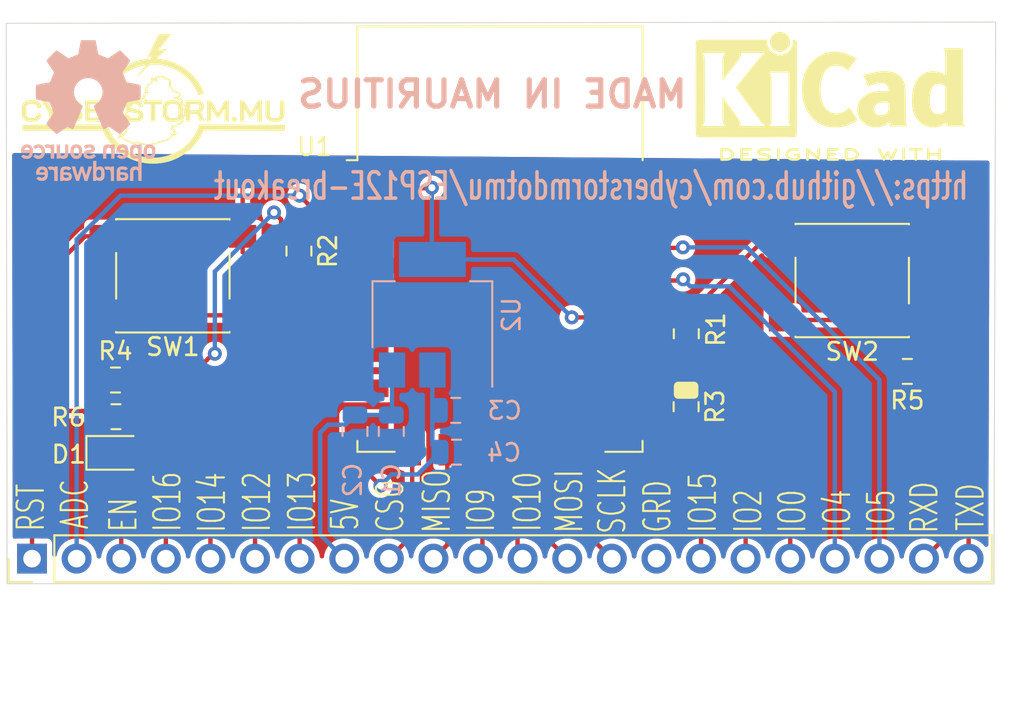
<source format=kicad_pcb>
(kicad_pcb (version 20171130) (host pcbnew "(5.1.2)-1")
  (layers (0 F.Cu signal) (31 B.Cu signal) (34 B.Paste user) (35 F.Paste user) (36 B.SilkS user) (37 F.SilkS user) (38 B.Mask user) (39 F.Mask user hide) (44 Edge.Cuts user))
  (net 0 "")
  (net 1 ADC)
  (net 2 "Net-(R2-Pad1)")
  (net 3 IO16)
  (net 4 IO14)
  (net 5 IO12)
  (net 6 IO13)
  (net 7 CSO)
  (net 8 MISO)
  (net 9 IO9)
  (net 10 IO10)
  (net 11 MOSI)
  (net 12 SCLK)
  (net 13 GND)
  (net 14 "Net-(R3-Pad1)")
  (net 15 "Net-(R1-Pad1)")
  (net 16 IO4)
  (net 17 IO5)
  (net 18 RXD)
  (net 19 TXD)
  (net 20 "Net-(D1-Pad2)")
  (net 21 IO2)
  (net 22 IO15)
  (net 23 GRD)
  (net 24 5V)
  (net 25 EN)
  (net 26 "Net-(R4-Pad1)")
  (net 27 "Net-(R5-Pad1)")
  (net 28 3.3V)
  (module logo:wrr (layer F.Cu) (at 85.25 42.07)
    (fp_text reference G*** hide)
    (fp_text value LOGO hide)
  )
  (module Connector_PinHeader_2.54mm:PinHeader_1x22_P2.54mm_Vertical (layer F.Cu) (at 78.35 68.27 90)
    (fp_text reference J1 hide)
    (fp_text value Conn_01x22_MountingPin)
    (pad 22 thru_hole oval (at 0 53.34 90) (size 1.7 1.7) (drill 1) (layers *.Cu *.Mask) (net 19 TXD))
    (pad 21 thru_hole oval (at 0 50.8 90) (size 1.7 1.7) (drill 1) (layers *.Cu *.Mask) (net 18 RXD))
    (pad 20 thru_hole oval (at 0 48.26 90) (size 1.7 1.7) (drill 1) (layers *.Cu *.Mask) (net 17 IO5))
    (pad 19 thru_hole oval (at 0 45.72 90) (size 1.7 1.7) (drill 1) (layers *.Cu *.Mask) (net 16 IO4))
    (pad 18 thru_hole oval (at 0 43.18 90) (size 1.7 1.7) (drill 1) (layers *.Cu *.Mask) (net 28 3.3V))
    (pad 17 thru_hole oval (at 0 40.64 90) (size 1.7 1.7) (drill 1) (layers *.Cu *.Mask) (net 21 IO2))
    (pad 16 thru_hole oval (at 0 38.1 90) (size 1.7 1.7) (drill 1) (layers *.Cu *.Mask) (net 22 IO15))
    (pad 15 thru_hole oval (at 0 35.56 90) (size 1.7 1.7) (drill 1) (layers *.Cu *.Mask) (net 23 GRD))
    (pad 14 thru_hole oval (at 0 33.02 90) (size 1.7 1.7) (drill 1) (layers *.Cu *.Mask) (net 12 SCLK))
    (pad 13 thru_hole oval (at 0 30.48 90) (size 1.7 1.7) (drill 1) (layers *.Cu *.Mask) (net 11 MOSI))
    (pad 12 thru_hole oval (at 0 27.94 90) (size 1.7 1.7) (drill 1) (layers *.Cu *.Mask) (net 10 IO10))
    (pad 11 thru_hole oval (at 0 25.4 90) (size 1.7 1.7) (drill 1) (layers *.Cu *.Mask) (net 9 IO9))
    (pad 10 thru_hole oval (at 0 22.86 90) (size 1.7 1.7) (drill 1) (layers *.Cu *.Mask) (net 8 MISO))
    (pad 9 thru_hole oval (at 0 20.32 90) (size 1.7 1.7) (drill 1) (layers *.Cu *.Mask) (net 7 CSO))
    (pad 8 thru_hole oval (at 0 17.78 90) (size 1.7 1.7) (drill 1) (layers *.Cu *.Mask) (net 24 5V))
    (pad 7 thru_hole oval (at 0 15.24 90) (size 1.7 1.7) (drill 1) (layers *.Cu *.Mask) (net 6 IO13))
    (pad 6 thru_hole oval (at 0 12.7 90) (size 1.7 1.7) (drill 1) (layers *.Cu *.Mask) (net 5 IO12))
    (pad 5 thru_hole oval (at 0 10.16 90) (size 1.7 1.7) (drill 1) (layers *.Cu *.Mask) (net 4 IO14))
    (pad 4 thru_hole oval (at 0 7.62 90) (size 1.7 1.7) (drill 1) (layers *.Cu *.Mask) (net 3 IO16))
    (pad 3 thru_hole oval (at 0 5.08 90) (size 1.7 1.7) (drill 1) (layers *.Cu *.Mask) (net 25 EN))
    (pad 2 thru_hole oval (at 0 2.54 90) (size 1.7 1.7) (drill 1) (layers *.Cu *.Mask) (net 1 ADC))
    (pad 1 thru_hole rect (at 0 0 90) (size 1.7 1.7) (drill 1) (layers *.Cu *.Mask) (net 28 3.3V))
  )
  (module LED_SMD:LED_0805_2012Metric (layer F.Cu) (at 83.13 62.24)
    (fp_text reference D1 (at -2.69 0.09) (layer F.SilkS))
    (fp_text value LED)
    (pad 2 smd roundrect (at 0.9375 0) (size 0.975 1.4) (layers F.Cu F.Paste F.Mask) (net 20 "Net-(D1-Pad2)"))
    (pad 1 smd roundrect (at -0.9375 0) (size 0.975 1.4) (layers F.Cu F.Paste F.Mask) (net 13 GND))
  )
  (module Resistor_SMD:R_0805_2012Metric (layer F.Cu) (at 83.1275 60.18 180)
    (fp_text reference R6 (at 2.71 -0.04) (layer F.SilkS))
    (fp_text value 220)
    (pad 2 smd roundrect (at 0.9375 0 180) (size 0.975 1.4) (layers F.Cu F.Paste F.Mask) (net 28 3.3V))
    (pad 1 smd roundrect (at -0.9375 0 180) (size 0.975 1.4) (layers F.Cu F.Paste F.Mask) (net 20 "Net-(D1-Pad2)"))
  )
  (module Symbol:OSHW-Logo_7.5x8mm_SilkScreen (layer B.Cu) (at 81.56 42.73 180)
    (fp_text reference REF** hide)
    (fp_text value OSHW-Logo_7.5x8mm_SilkScreen hide)
  )
  (module Symbol:KiCad-Logo2_6mm_SilkScreen (layer F.Cu) (at 123.81 41.23)
    (fp_text reference REF** hide)
    (fp_text value KiCad-Logo2_6mm_SilkScreen hide)
  )
  (module Resistor_SMD:R_0805_2012Metric (layer F.Cu) (at 115.61 55.4525 90)
    (fp_text reference R1 (at 0.24 1.69 90) (layer F.SilkS))
    (fp_text value 1K)
    (pad 2 smd roundrect (at 0.9375 0 90) (size 0.975 1.4) (layers F.Cu F.Paste F.Mask) (net 28 3.3V))
    (pad 1 smd roundrect (at -0.9375 0 90) (size 0.975 1.4) (layers F.Cu F.Paste F.Mask) (net 21 IO2))
  )
  (module Resistor_SMD:R_0805_2012Metric (layer F.Cu) (at 83.1 58.09)
    (fp_text reference R4 (at 0 -1.65) (layer F.SilkS))
    (fp_text value 1K)
    (pad 2 smd roundrect (at 0.9375 0) (size 0.975 1.4) (layers F.Cu F.Paste F.Mask) (net 13 GND))
    (pad 1 smd roundrect (at -0.9375 0) (size 0.975 1.4) (layers F.Cu F.Paste F.Mask) (net 26 "Net-(R4-Pad1)"))
  )
  (module Resistor_SMD:R_0805_2012Metric (layer F.Cu) (at 115.6 59.61 270)
    (fp_text reference R3 (at 0 -1.65 90) (layer F.SilkS))
    (fp_text value 1K)
    (pad 2 smd roundrect (at 0.9375 0 270) (size 0.975 1.4) (layers F.Cu F.Paste F.Mask) (net 13 GND))
    (pad 1 smd roundrect (at -0.9375 0 270) (size 0.975 1.4) (layers F.Cu F.Paste F.SilkS F.Mask) (net 22 IO15))
  )
  (module Resistor_SMD:R_0805_2012Metric (layer F.Cu) (at 128.2 57.6 180)
    (fp_text reference R5 (at 0 -1.65) (layer F.SilkS))
    (fp_text value 1K)
    (pad 2 smd roundrect (at 0.9375 0 180) (size 0.975 1.4) (layers F.Cu F.Paste F.Mask) (net 13 GND))
    (pad 1 smd roundrect (at -0.9375 0 180) (size 0.975 1.4) (layers F.Cu F.Paste F.Mask) (net 27 "Net-(R5-Pad1)"))
  )
  (module Resistor_SMD:R_0805_2012Metric (layer F.Cu) (at 93.55 50.74 270)
    (fp_text reference R2 (at 0 -1.65 90) (layer F.SilkS))
    (fp_text value 1K)
    (pad 2 smd roundrect (at 0.9375 0 270) (size 0.975 1.4) (layers F.Cu F.Paste F.Mask) (net 28 3.3V))
    (pad 1 smd roundrect (at -0.9375 0 270) (size 0.975 1.4) (layers F.Cu F.Paste F.Mask) (net 25 EN))
  )
  (module Capacitor_SMD:C_0805_2012Metric (layer B.Cu) (at 96.74 61.02 270)
    (fp_text reference C2 (at 2.77 0.13 270) (layer B.SilkS) (effects (justify mirror)))
    (fp_text value 100nF)
    (pad 2 smd roundrect (at 0.9375 0 270) (size 0.975 1.4) (layers B.Cu B.Paste B.Mask) (net 13 GND))
    (pad 1 smd roundrect (at -0.9375 0 270) (size 0.975 1.4) (layers B.Cu B.Paste B.Mask) (net 24 5V))
  )
  (module Capacitor_SMD:C_0805_2012Metric (layer B.Cu) (at 98.81 61.02 270)
    (fp_text reference C1 (at 2.79 0 270) (layer B.SilkS) (effects (justify mirror)))
    (fp_text value 10uF)
    (pad 2 smd roundrect (at 0.9375 0 270) (size 0.975 1.4) (layers B.Cu B.Paste B.Mask) (net 13 GND))
    (pad 1 smd roundrect (at -0.9375 0 270) (size 0.975 1.4) (layers B.Cu B.Paste B.Mask) (net 24 5V))
  )
  (module Capacitor_SMD:C_0805_2012Metric (layer B.Cu) (at 102.52 62.2)
    (fp_text reference C4 (at 2.71 0.03) (layer B.SilkS) (effects (justify mirror)))
    (fp_text value 100nF)
    (pad 2 smd roundrect (at 0.9375 0) (size 0.975 1.4) (layers B.Cu B.Paste B.Mask) (net 13 GND))
    (pad 1 smd roundrect (at -0.9375 0) (size 0.975 1.4) (layers B.Cu B.Paste B.Mask) (net 28 3.3V))
  )
  (module Capacitor_SMD:C_0805_2012Metric (layer B.Cu) (at 102.48 59.82)
    (fp_text reference C3 (at 2.79 0.01) (layer B.SilkS) (effects (justify mirror)))
    (fp_text value 10uF)
    (pad 2 smd roundrect (at 0.9375 0) (size 0.975 1.4) (layers B.Cu B.Paste B.Mask) (net 13 GND))
    (pad 1 smd roundrect (at -0.9375 0) (size 0.975 1.4) (layers B.Cu B.Paste B.Mask) (net 28 3.3V))
  )
  (module RF_Module:ESP-12E (layer F.Cu) (at 105 50.06)
    (fp_text reference U1 (at -10.56 -5.26) (layer F.SilkS))
    (fp_text value ESP-12E)
    (pad 22 smd rect (at 7.6 -3.5) (size 2.5 1) (layers F.Cu F.Paste F.Mask) (net 19 TXD))
    (pad 21 smd rect (at 7.6 -1.5) (size 2.5 1) (layers F.Cu F.Paste F.Mask) (net 18 RXD))
    (pad 20 smd rect (at 7.6 0.5) (size 2.5 1) (layers F.Cu F.Paste F.Mask) (net 17 IO5))
    (pad 19 smd rect (at 7.6 2.5) (size 2.5 1) (layers F.Cu F.Paste F.Mask) (net 16 IO4))
    (pad 18 smd rect (at 7.6 4.5) (size 2.5 1) (layers F.Cu F.Paste F.Mask) (net 28 3.3V))
    (pad 17 smd rect (at 7.6 6.5) (size 2.5 1) (layers F.Cu F.Paste F.Mask) (net 15 "Net-(R1-Pad1)"))
    (pad 16 smd rect (at 7.6 8.5) (size 2.5 1) (layers F.Cu F.Paste F.Mask) (net 14 "Net-(R3-Pad1)"))
    (pad 15 smd rect (at 7.6 10.5) (size 2.5 1) (layers F.Cu F.Paste F.Mask) (net 13 GND))
    (pad 14 smd rect (at 5 12) (size 1 1.8) (layers F.Cu F.Paste F.Mask) (net 12 SCLK))
    (pad 13 smd rect (at 3 12) (size 1 1.8) (layers F.Cu F.Paste F.Mask) (net 11 MOSI))
    (pad 12 smd rect (at 1 12) (size 1 1.8) (layers F.Cu F.Paste F.Mask) (net 10 IO10))
    (pad 11 smd rect (at -1 12) (size 1 1.8) (layers F.Cu F.Paste F.Mask) (net 9 IO9))
    (pad 10 smd rect (at -3 12) (size 1 1.8) (layers F.Cu F.Paste F.Mask) (net 8 MISO))
    (pad 9 smd rect (at -5 12) (size 1 1.8) (layers F.Cu F.Paste F.Mask) (net 7 CSO))
    (pad 8 smd rect (at -7.6 10.5) (size 2.5 1) (layers F.Cu F.Paste F.Mask) (net 28 3.3V))
    (pad 7 smd rect (at -7.6 8.5) (size 2.5 1) (layers F.Cu F.Paste F.Mask) (net 6 IO13))
    (pad 6 smd rect (at -7.6 6.5) (size 2.5 1) (layers F.Cu F.Paste F.Mask) (net 5 IO12))
    (pad 5 smd rect (at -7.6 4.5) (size 2.5 1) (layers F.Cu F.Paste F.Mask) (net 4 IO14))
    (pad 4 smd rect (at -7.6 2.5) (size 2.5 1) (layers F.Cu F.Paste F.Mask) (net 3 IO16))
    (pad 3 smd rect (at -7.6 0.5) (size 2.5 1) (layers F.Cu F.Paste F.Mask) (net 2 "Net-(R2-Pad1)"))
    (pad 2 smd rect (at -7.6 -1.5) (size 2.5 1) (layers F.Cu F.Paste F.Mask) (net 1 ADC))
    (pad 1 smd rect (at -7.6 -3.5) (size 2.5 1) (layers F.Cu F.Paste F.Mask) (net 28 3.3V))
  )
  (module Button_Switch_SMD:SW_Push_1P1T_NO_6x6mm_H9.5mm (layer F.Cu) (at 86.37 52.15 180)
    (fp_text reference SW1 (at 0 -4.05) (layer F.SilkS))
    (fp_text value SW_Push)
    (pad 2 smd rect (at 3.975 2.25 180) (size 1.55 1.3) (layers F.Cu F.Paste F.Mask) (net 28 3.3V))
    (pad 1 smd rect (at 3.975 -2.25 180) (size 1.55 1.3) (layers F.Cu F.Paste F.Mask) (net 26 "Net-(R4-Pad1)"))
    (pad 1 smd rect (at -3.975 -2.25 180) (size 1.55 1.3) (layers F.Cu F.Paste F.Mask) (net 26 "Net-(R4-Pad1)"))
    (pad 2 smd rect (at -3.975 2.25 180) (size 1.55 1.3) (layers F.Cu F.Paste F.Mask) (net 28 3.3V))
  )
  (module Button_Switch_SMD:SW_Push_1P1T_NO_6x6mm_H9.5mm (layer F.Cu) (at 125.06 52.42 180)
    (fp_text reference SW2 (at 0 -4.05) (layer F.SilkS))
    (fp_text value SW_Push)
    (pad 2 smd rect (at 3.975 2.25 180) (size 1.55 1.3) (layers F.Cu F.Paste F.Mask) (net 28 3.3V))
    (pad 1 smd rect (at 3.975 -2.25 180) (size 1.55 1.3) (layers F.Cu F.Paste F.Mask) (net 27 "Net-(R5-Pad1)"))
    (pad 1 smd rect (at -3.975 -2.25 180) (size 1.55 1.3) (layers F.Cu F.Paste F.Mask) (net 27 "Net-(R5-Pad1)"))
    (pad 2 smd rect (at -3.975 2.25 180) (size 1.55 1.3) (layers F.Cu F.Paste F.Mask) (net 28 3.3V))
  )
  (module Package_TO_SOT_SMD:SOT-223-3_TabPin2 (layer B.Cu) (at 101.15 54.37 90)
    (fp_text reference U2 (at 0 4.5 270) (layer B.SilkS) (effects (justify mirror)))
    (fp_text value AMS1117-3.3)
    (pad 2 smd rect (at 3.15 0 90) (size 2 3.8) (layers B.Cu B.Paste B.Mask) (net 28 3.3V))
    (pad 2 smd rect (at -3.15 0 90) (size 2 1.5) (layers B.Cu B.Paste B.Mask) (net 28 3.3V))
    (pad 3 smd rect (at -3.15 -2.3 90) (size 2 1.5) (layers B.Cu B.Paste B.Mask) (net 24 5V))
    (pad 1 smd rect (at -3.15 2.3 90) (size 2 1.5) (layers B.Cu B.Paste B.Mask) (net 13 GND))
  )
  (gr_text "MADE IN MAURITIUS" (at 104.56 41.8) (layer B.SilkS) (effects (font (size 1.5 1.5) (thickness 0.3)) (justify mirror)))
  (gr_text https://github.com/cyberstormdotmu/ESP12E-breakout (at 110.18 47.04) (layer B.SilkS) (effects (font (size 1.5 1) (thickness 0.2)) (justify mirror)))
  (gr_text GRD (at 113.97 65.29 90) (layer F.SilkS) (effects (font (size 1.5 1) (thickness 0.12))))
  (gr_text 5V (at 96.18 65.77 90) (layer F.SilkS) (effects (font (size 1.5 1) (thickness 0.12))))
  (gr_text TXD (at 131.8 65.33 90) (layer F.SilkS) (effects (font (size 1.5 1) (thickness 0.12))))
  (gr_text RXD (at 129.17 65.35 90) (layer F.SilkS) (effects (font (size 1.5 1) (thickness 0.12))))
  (gr_text IO5 (at 126.71 65.57 90) (layer F.SilkS) (effects (font (size 1.5 1) (thickness 0.12))))
  (gr_text IO4 (at 124.2 65.57 90) (layer F.SilkS) (effects (font (size 1.5 1) (thickness 0.12))))
  (gr_text IO0 (at 121.65 65.57 90) (layer F.SilkS) (effects (font (size 1.5 1) (thickness 0.12))))
  (gr_text IO2 (at 119.14 65.57 90) (layer F.SilkS) (effects (font (size 1.5 1) (thickness 0.12))))
  (gr_text IO15 (at 116.55 65.08 90) (layer F.SilkS) (effects (font (size 1.5 1) (thickness 0.12))))
  (gr_text SCLK (at 111.39 64.97 90) (layer F.SilkS) (effects (font (size 1.5 1) (thickness 0.12))))
  (gr_text MOSI (at 108.95 65 90) (layer F.SilkS) (effects (font (size 1.5 1) (thickness 0.12))))
  (gr_text MOSI (at 112.57 65.24) (layer F.Cu) (effects (font (size 1.5 1) (thickness 0.12))))
  (gr_text IO10 (at 106.57 65.03 90) (layer F.SilkS) (effects (font (size 1.5 1) (thickness 0.12))))
  (gr_text IO9 (at 103.92 65.51 90) (layer F.SilkS) (effects (font (size 1.5 1) (thickness 0.12))))
  (gr_text MISO (at 101.4 65 90) (layer F.SilkS) (effects (font (size 1.5 1) (thickness 0.12))))
  (gr_text CSO (at 98.75 65.27 90) (layer F.SilkS) (effects (font (size 1.5 1) (thickness 0.12))))
  (gr_text IO13 (at 93.73 65.01 90) (layer F.SilkS) (effects (font (size 1.5 1) (thickness 0.12))))
  (gr_text IO12 (at 91.16 65.04 90) (layer F.SilkS) (effects (font (size 1.5 1) (thickness 0.12))))
  (gr_text IO14 (at 88.59 65.07 90) (layer F.SilkS) (effects (font (size 1.5 1) (thickness 0.12))))
  (gr_text IO16 (at 86.06 65.03 90) (layer F.SilkS) (effects (font (size 1.5 1) (thickness 0.12))))
  (gr_text EN (at 83.55 65.77 90) (layer F.SilkS) (effects (font (size 1.5 1) (thickness 0.12))))
  (gr_text ADC (at 80.79 65.17 90) (layer F.SilkS) (effects (font (size 1.5 1) (thickness 0.12))))
  (gr_text RST (at 78.28 65.36 90) (layer F.SilkS) (effects (font (size 1.5 1) (thickness 0.12))))
  (gr_line (start 133.13 69.71) (end 76.93 69.7) (layer Edge.Cuts) (width 0.05))
  (gr_line (start 133.23 37.69) (end 133.13 69.71) (layer Edge.Cuts) (width 0.05))
  (gr_line (start 76.88 37.76) (end 133.23 37.69) (layer Edge.Cuts) (width 0.05))
  (gr_line (start 76.93 69.7) (end 76.88 37.76) (layer Edge.Cuts) (width 0.05))
  (via (at 93.59 47.58) (size 0.8) (drill 0.4) (layers F.Cu B.Cu) (net 1))
  (segment (start 97.4 48.56) (end 94.57 48.56) (width 0.25) (layer F.Cu) (net 1))
  (segment (start 94.57 48.56) (end 93.59 47.58) (width 0.25) (layer F.Cu) (net 1))
  (segment (start 93.59 47.58) (end 83.39 47.58) (width 0.25) (layer B.Cu) (net 1))
  (segment (start 80.89 50.08) (end 80.89 68.27) (width 0.25) (layer B.Cu) (net 1))
  (segment (start 83.39 47.58) (end 80.89 50.08) (width 0.25) (layer B.Cu) (net 1))
  (segment (start 93.55 49.8025) (end 94.6925 49.8025) (width 0.25) (layer F.Cu) (net 2))
  (segment (start 95.45 50.56) (end 97.4 50.56) (width 0.25) (layer F.Cu) (net 2))
  (segment (start 94.6925 49.8025) (end 95.45 50.56) (width 0.25) (layer F.Cu) (net 2))
  (segment (start 85.97 61.08) (end 85.97 68.27) (width 0.25) (layer F.Cu) (net 3))
  (segment (start 89.15 57.9) (end 85.97 61.08) (width 0.25) (layer F.Cu) (net 3))
  (segment (start 89.87 57.9) (end 89.15 57.9) (width 0.25) (layer F.Cu) (net 3))
  (segment (start 95.9 52.56) (end 95.49 52.97) (width 0.25) (layer F.Cu) (net 3))
  (segment (start 97.4 52.56) (end 95.9 52.56) (width 0.25) (layer F.Cu) (net 3))
  (segment (start 95.49 52.97) (end 92.35 52.97) (width 0.25) (layer F.Cu) (net 3))
  (segment (start 92.35 52.97) (end 91.66 53.66) (width 0.25) (layer F.Cu) (net 3))
  (segment (start 91.66 53.66) (end 91.66 56.11) (width 0.25) (layer F.Cu) (net 3))
  (segment (start 91.66 56.11) (end 89.87 57.9) (width 0.25) (layer F.Cu) (net 3))
  (segment (start 95.9 54.56) (end 95.6 54.26) (width 0.25) (layer F.Cu) (net 4))
  (segment (start 97.4 54.56) (end 95.9 54.56) (width 0.25) (layer F.Cu) (net 4))
  (segment (start 95.6 54.26) (end 93.78 54.26) (width 0.25) (layer F.Cu) (net 4))
  (segment (start 92.110009 56.296401) (end 89.53641 58.87) (width 0.25) (layer F.Cu) (net 4))
  (segment (start 93.78 54.26) (end 92.11001 55.92999) (width 0.25) (layer F.Cu) (net 4))
  (segment (start 92.11001 55.92999) (end 92.110009 56.296401) (width 0.25) (layer F.Cu) (net 4))
  (segment (start 89.53641 58.87) (end 89.53641 65.17359) (width 0.25) (layer F.Cu) (net 4))
  (segment (start 88.51 66.2) (end 88.51 68.27) (width 0.25) (layer F.Cu) (net 4))
  (segment (start 89.53641 65.17359) (end 88.51 66.2) (width 0.25) (layer F.Cu) (net 4))
  (segment (start 97.4 56.56) (end 93.22 56.56) (width 0.25) (layer F.Cu) (net 5))
  (segment (start 91.05 58.73) (end 91.05 68.27) (width 0.25) (layer F.Cu) (net 5))
  (segment (start 93.22 56.56) (end 91.05 58.73) (width 0.25) (layer F.Cu) (net 5))
  (segment (start 93.59 67.067919) (end 93.59 68.27) (width 0.25) (layer F.Cu) (net 6))
  (segment (start 93.59 60.87) (end 93.59 67.067919) (width 0.25) (layer F.Cu) (net 6))
  (segment (start 95.9 58.56) (end 93.59 60.87) (width 0.25) (layer F.Cu) (net 6))
  (segment (start 97.4 58.56) (end 95.9 58.56) (width 0.25) (layer F.Cu) (net 6))
  (segment (start 100 66.94) (end 98.67 68.27) (width 0.25) (layer F.Cu) (net 7))
  (segment (start 100 62.06) (end 100 66.94) (width 0.25) (layer F.Cu) (net 7))
  (segment (start 102 67.48) (end 101.21 68.27) (width 0.25) (layer F.Cu) (net 8))
  (segment (start 102 62.06) (end 102 67.48) (width 0.25) (layer F.Cu) (net 8))
  (segment (start 104 68.02) (end 103.75 68.27) (width 0.25) (layer F.Cu) (net 9))
  (segment (start 104 62.06) (end 104 68.02) (width 0.25) (layer F.Cu) (net 9))
  (segment (start 106 67.98) (end 106.29 68.27) (width 0.25) (layer F.Cu) (net 10))
  (segment (start 106 62.06) (end 106 67.98) (width 0.25) (layer F.Cu) (net 10))
  (segment (start 108 67.44) (end 108.83 68.27) (width 0.25) (layer F.Cu) (net 11))
  (segment (start 108 62.06) (end 108 67.44) (width 0.25) (layer F.Cu) (net 11))
  (segment (start 110 66.9) (end 111.37 68.27) (width 0.25) (layer F.Cu) (net 12))
  (segment (start 110 62.06) (end 110 66.9) (width 0.25) (layer F.Cu) (net 12))
  (segment (start 115.4875 58.56) (end 115.6 58.6725) (width 0.25) (layer F.Cu) (net 14))
  (segment (start 112.6 58.56) (end 115.4875 58.56) (width 0.25) (layer F.Cu) (net 14))
  (segment (start 115.44 56.56) (end 115.61 56.39) (width 0.25) (layer F.Cu) (net 15))
  (segment (start 112.6 56.56) (end 115.44 56.56) (width 0.25) (layer F.Cu) (net 15))
  (segment (start 114.1 52.56) (end 114.24 52.42) (width 0.25) (layer F.Cu) (net 16))
  (segment (start 112.6 52.56) (end 114.1 52.56) (width 0.25) (layer F.Cu) (net 16))
  (via (at 115.43 52.35) (size 0.8) (drill 0.4) (layers F.Cu B.Cu) (net 16))
  (segment (start 114.24 52.42) (end 115.36 52.42) (width 0.25) (layer F.Cu) (net 16))
  (segment (start 115.36 52.42) (end 115.43 52.35) (width 0.25) (layer F.Cu) (net 16))
  (segment (start 115.829999 52.749999) (end 118.059999 52.749999) (width 0.25) (layer B.Cu) (net 16))
  (segment (start 115.43 52.35) (end 115.829999 52.749999) (width 0.25) (layer B.Cu) (net 16))
  (segment (start 124.07 58.76) (end 124.07 68.27) (width 0.25) (layer B.Cu) (net 16))
  (segment (start 118.059999 52.749999) (end 124.07 58.76) (width 0.25) (layer B.Cu) (net 16))
  (via (at 115.42 50.53) (size 0.8) (drill 0.4) (layers F.Cu B.Cu) (net 17))
  (segment (start 112.6 50.56) (end 115.39 50.56) (width 0.25) (layer F.Cu) (net 17))
  (segment (start 115.39 50.56) (end 115.42 50.53) (width 0.25) (layer F.Cu) (net 17))
  (segment (start 126.61 67.067919) (end 126.61 68.27) (width 0.25) (layer B.Cu) (net 17))
  (segment (start 126.61 58.08) (end 126.61 67.067919) (width 0.25) (layer B.Cu) (net 17))
  (segment (start 119.06 50.53) (end 126.61 58.08) (width 0.25) (layer B.Cu) (net 17))
  (segment (start 115.42 50.53) (end 119.06 50.53) (width 0.25) (layer B.Cu) (net 17))
  (segment (start 130.92 66.5) (end 129.15 68.27) (width 0.25) (layer F.Cu) (net 18))
  (segment (start 130.92 50.044998) (end 130.92 66.5) (width 0.25) (layer F.Cu) (net 18))
  (segment (start 112.6 48.56) (end 129.435002 48.56) (width 0.25) (layer F.Cu) (net 18))
  (segment (start 129.435002 48.56) (end 130.92 50.044998) (width 0.25) (layer F.Cu) (net 18))
  (segment (start 112.6 46.56) (end 128.8 46.56) (width 0.25) (layer F.Cu) (net 19))
  (segment (start 131.69 49.45) (end 131.69 68.27) (width 0.25) (layer F.Cu) (net 19))
  (segment (start 128.8 46.56) (end 131.69 49.45) (width 0.25) (layer F.Cu) (net 19))
  (segment (start 84.065 62.2375) (end 84.0675 62.24) (width 0.25) (layer F.Cu) (net 20))
  (segment (start 84.065 60.18) (end 84.065 62.2375) (width 0.25) (layer F.Cu) (net 20))
  (segment (start 118.99 68.27) (end 118.99 58.47) (width 0.25) (layer F.Cu) (net 21))
  (segment (start 115.423599 55.939991) (end 115.291795 56.071795) (width 0.25) (layer F.Cu) (net 21))
  (segment (start 118.99 58.47) (end 116.459991 55.939991) (width 0.25) (layer F.Cu) (net 21))
  (segment (start 116.459991 55.939991) (end 115.423599 55.939991) (width 0.25) (layer F.Cu) (net 21))
  (segment (start 116.45 67.067919) (end 117.08 66.437919) (width 0.25) (layer F.Cu) (net 22))
  (segment (start 116.45 68.27) (end 116.45 67.067919) (width 0.25) (layer F.Cu) (net 22))
  (segment (start 116.050009 58.486099) (end 115.918205 58.354295) (width 0.25) (layer F.Cu) (net 22))
  (segment (start 117.08 66.437919) (end 117.08 59.51609) (width 0.25) (layer F.Cu) (net 22))
  (segment (start 117.08 59.51609) (end 116.050009 58.486099) (width 0.25) (layer F.Cu) (net 22))
  (segment (start 98.85 60.0425) (end 98.81 60.0825) (width 0.25) (layer B.Cu) (net 24))
  (segment (start 98.85 57.52) (end 98.85 60.0425) (width 0.25) (layer B.Cu) (net 24))
  (segment (start 96.74 60.0825) (end 98.81 60.0825) (width 0.25) (layer B.Cu) (net 24))
  (segment (start 96.183763 60.638737) (end 95.201263 60.638737) (width 0.25) (layer B.Cu) (net 24))
  (segment (start 96.74 60.0825) (end 96.183763 60.638737) (width 0.25) (layer B.Cu) (net 24))
  (segment (start 95.201263 60.638737) (end 94.76 61.08) (width 0.25) (layer B.Cu) (net 24))
  (segment (start 94.76 66.9) (end 96.13 68.27) (width 0.25) (layer B.Cu) (net 24))
  (segment (start 94.76 61.08) (end 94.76 66.9) (width 0.25) (layer B.Cu) (net 24))
  (segment (start 83.43 68.27) (end 83.43 65.02) (width 0.25) (layer F.Cu) (net 25))
  (segment (start 83.43 65.02) (end 85.3 63.15) (width 0.25) (layer F.Cu) (net 25))
  (via (at 92.13 48.54) (size 0.8) (drill 0.4) (layers F.Cu B.Cu) (net 25))
  (segment (start 89.45 51.22) (end 92.13 48.54) (width 0.25) (layer B.Cu) (net 25))
  (segment (start 93.09999 49.9889) (end 93.231795 50.120705) (width 0.25) (layer F.Cu) (net 25))
  (segment (start 92.529999 49.418909) (end 93.09999 49.9889) (width 0.25) (layer F.Cu) (net 25))
  (segment (start 92.13 48.54) (end 92.529999 48.939999) (width 0.25) (layer F.Cu) (net 25))
  (segment (start 92.529999 48.939999) (end 92.529999 49.418909) (width 0.25) (layer F.Cu) (net 25))
  (segment (start 85.3 63.15) (end 85.3 59.95) (width 0.25) (layer F.Cu) (net 25))
  (via (at 88.76 56.59) (size 0.8) (drill 0.4) (layers F.Cu B.Cu) (net 25))
  (segment (start 85.3 59.95) (end 88.66 56.59) (width 0.25) (layer F.Cu) (net 25))
  (segment (start 88.66 56.59) (end 88.76 56.59) (width 0.25) (layer F.Cu) (net 25))
  (segment (start 88.76 51.91) (end 89.45 51.22) (width 0.25) (layer B.Cu) (net 25))
  (segment (start 88.76 56.59) (end 88.76 51.91) (width 0.25) (layer B.Cu) (net 25))
  (segment (start 82.395 57.8575) (end 82.1625 58.09) (width 0.25) (layer F.Cu) (net 26))
  (segment (start 82.395 54.4) (end 82.395 57.8575) (width 0.25) (layer F.Cu) (net 26))
  (segment (start 82.395 54.4) (end 90.345 54.4) (width 0.25) (layer F.Cu) (net 26))
  (segment (start 129.035 57.4975) (end 129.1375 57.6) (width 0.25) (layer F.Cu) (net 27))
  (segment (start 129.035 54.67) (end 129.035 57.4975) (width 0.25) (layer F.Cu) (net 27))
  (segment (start 122.11 54.67) (end 129.035 54.67) (width 0.25) (layer F.Cu) (net 27))
  (segment (start 121.085 54.67) (end 122.11 54.67) (width 0.25) (layer F.Cu) (net 27))
  (segment (start 95.9 46.56) (end 95.37 46.03) (width 0.25) (layer F.Cu) (net 28))
  (segment (start 97.4 46.56) (end 95.9 46.56) (width 0.25) (layer F.Cu) (net 28))
  (segment (start 95.37 46.03) (end 91.51 46.03) (width 0.25) (layer F.Cu) (net 28))
  (segment (start 90.345 47.195) (end 90.345 49.9) (width 0.25) (layer F.Cu) (net 28))
  (segment (start 91.51 46.03) (end 90.345 47.195) (width 0.25) (layer F.Cu) (net 28))
  (segment (start 90.345 50.8) (end 90.345 49.9) (width 0.25) (layer F.Cu) (net 28))
  (segment (start 91.2225 51.6775) (end 90.345 50.8) (width 0.25) (layer F.Cu) (net 28))
  (segment (start 93.55 51.6775) (end 91.2225 51.6775) (width 0.25) (layer F.Cu) (net 28))
  (segment (start 81.6025 60.18) (end 81.2725 59.85) (width 0.25) (layer F.Cu) (net 28))
  (segment (start 82.19 60.18) (end 81.6025 60.18) (width 0.25) (layer F.Cu) (net 28))
  (segment (start 81.2725 59.85) (end 79.65 59.85) (width 0.25) (layer F.Cu) (net 28))
  (segment (start 78.35 61.15) (end 78.35 68.27) (width 0.25) (layer F.Cu) (net 28))
  (segment (start 79.65 59.85) (end 78.35 61.15) (width 0.25) (layer F.Cu) (net 28))
  (segment (start 79.65 51.62) (end 79.65 59.85) (width 0.25) (layer F.Cu) (net 28))
  (segment (start 81.37 49.9) (end 79.65 51.62) (width 0.25) (layer F.Cu) (net 28))
  (segment (start 82.395 49.9) (end 81.37 49.9) (width 0.25) (layer F.Cu) (net 28))
  (segment (start 115.565 54.56) (end 115.61 54.515) (width 0.25) (layer F.Cu) (net 28))
  (segment (start 112.6 54.56) (end 115.565 54.56) (width 0.25) (layer F.Cu) (net 28))
  (segment (start 119.955 50.17) (end 115.61 54.515) (width 0.25) (layer F.Cu) (net 28))
  (segment (start 121.085 50.17) (end 119.955 50.17) (width 0.25) (layer F.Cu) (net 28))
  (segment (start 101.15 61.7675) (end 101.5825 62.2) (width 0.25) (layer B.Cu) (net 28))
  (segment (start 101.15 57.52) (end 101.15 61.7675) (width 0.25) (layer B.Cu) (net 28))
  (via (at 98.189529 64.109246) (size 0.8) (drill 0.4) (layers F.Cu B.Cu) (net 28))
  (segment (start 98.189529 64.109246) (end 98.828775 63.47) (width 0.25) (layer B.Cu) (net 28))
  (segment (start 100.3125 63.47) (end 101.5825 62.2) (width 0.25) (layer B.Cu) (net 28))
  (segment (start 98.828775 63.47) (end 100.3125 63.47) (width 0.25) (layer B.Cu) (net 28))
  (segment (start 97.4 63.319717) (end 98.189529 64.109246) (width 0.25) (layer F.Cu) (net 28))
  (segment (start 97.4 60.56) (end 97.4 63.319717) (width 0.25) (layer F.Cu) (net 28))
  (segment (start 98.9 46.56) (end 99.5 47.16) (width 0.25) (layer F.Cu) (net 28))
  (segment (start 97.4 46.56) (end 98.9 46.56) (width 0.25) (layer F.Cu) (net 28))
  (via (at 101.12 47.13) (size 0.8) (drill 0.4) (layers F.Cu B.Cu) (net 28))
  (segment (start 99.5 47.16) (end 101.09 47.16) (width 0.25) (layer F.Cu) (net 28))
  (segment (start 101.09 47.16) (end 101.12 47.13) (width 0.25) (layer F.Cu) (net 28))
  (segment (start 101.12 51.19) (end 101.15 51.22) (width 0.25) (layer B.Cu) (net 28))
  (segment (start 101.12 47.13) (end 101.12 51.19) (width 0.25) (layer B.Cu) (net 28))
  (segment (start 116.166237 55.071237) (end 118.471237 55.071237) (width 0.25) (layer F.Cu) (net 28))
  (segment (start 115.61 54.515) (end 116.166237 55.071237) (width 0.25) (layer F.Cu) (net 28))
  (segment (start 121.53 58.13) (end 121.53 68.27) (width 0.25) (layer F.Cu) (net 28))
  (segment (start 118.471237 55.071237) (end 121.53 58.13) (width 0.25) (layer F.Cu) (net 28))
  (via (at 109.09 54.52) (size 0.8) (drill 0.4) (layers F.Cu B.Cu) (net 28))
  (segment (start 101.15 51.22) (end 105.79 51.22) (width 0.25) (layer B.Cu) (net 28))
  (segment (start 105.79 51.22) (end 109.09 54.52) (width 0.25) (layer B.Cu) (net 28))
  (segment (start 112.56 54.52) (end 112.6 54.56) (width 0.25) (layer F.Cu) (net 28))
  (segment (start 109.09 54.52) (end 112.56 54.52) (width 0.25) (layer F.Cu) (net 28))
  (segment (start 121.085 50.17) (end 129.035 50.17) (width 0.25) (layer F.Cu) (net 28))
  (segment (start 82.395 49.9) (end 90.345 49.9) (width 0.25) (layer F.Cu) (net 28))
  (zone (net 13) (net_name GND) (layer F.Cu) (connect_pads yes (clearance 0.3)) (min_thickness 0.254) (fill yes (arc_segments 32) (thermal_gap 0.508) (thermal_bridge_width 0.508))
    (polygon (pts (xy 76.94 45.15) (xy 133.08 45.59) (xy 133.03 69.6) (xy 76.99 69.63)))
  )
  (zone (net 13) (net_name GND) (layer B.Cu) (connect_pads yes (clearance 0.3)) (min_thickness 0.254) (fill yes (arc_segments 32) (thermal_gap 0.508) (thermal_bridge_width 0.508))
    (polygon (pts (xy 76.94 45.15) (xy 133.08 45.59) (xy 133.03 69.6) (xy 76.99 69.63)))
  )
)
</source>
